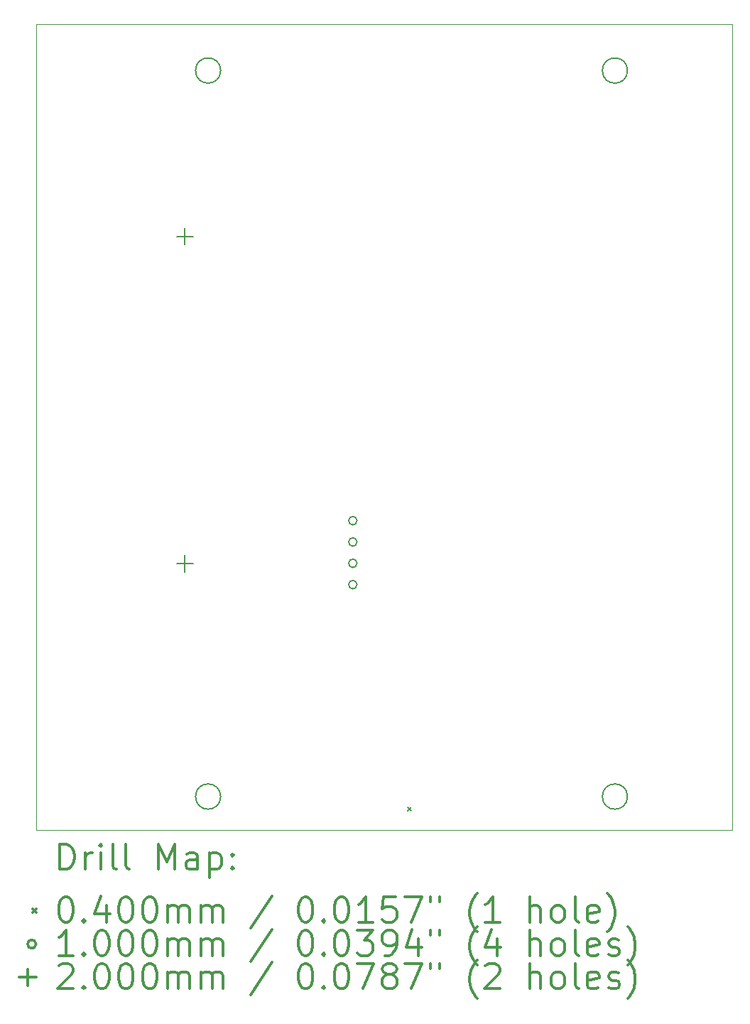
<source format=gbr>
%FSLAX45Y45*%
G04 Gerber Fmt 4.5, Leading zero omitted, Abs format (unit mm)*
G04 Created by KiCad (PCBNEW (5.1.10)-1) date 2022-03-31 21:32:35*
%MOMM*%
%LPD*%
G01*
G04 APERTURE LIST*
%TA.AperFunction,Profile*%
%ADD10C,0.150000*%
%TD*%
%TA.AperFunction,Profile*%
%ADD11C,0.050000*%
%TD*%
%ADD12C,0.200000*%
%ADD13C,0.300000*%
G04 APERTURE END LIST*
D10*
X11200000Y-14300000D02*
G75*
G03*
X11200000Y-14300000I-150000J0D01*
G01*
X16050000Y-14300000D02*
G75*
G03*
X16050000Y-14300000I-150000J0D01*
G01*
X16050000Y-5650000D02*
G75*
G03*
X16050000Y-5650000I-150000J0D01*
G01*
X11200000Y-5650000D02*
G75*
G03*
X11200000Y-5650000I-150000J0D01*
G01*
D11*
X9000000Y-14700000D02*
X17300000Y-14700000D01*
X9000000Y-5100000D02*
X9000000Y-14700000D01*
X17300000Y-5100000D02*
X9000000Y-5100000D01*
X17300000Y-5100000D02*
X17300000Y-14700000D01*
D12*
X13430000Y-14430000D02*
X13470000Y-14470000D01*
X13470000Y-14430000D02*
X13430000Y-14470000D01*
X12825000Y-11013000D02*
G75*
G03*
X12825000Y-11013000I-50000J0D01*
G01*
X12825000Y-11267000D02*
G75*
G03*
X12825000Y-11267000I-50000J0D01*
G01*
X12825000Y-11521000D02*
G75*
G03*
X12825000Y-11521000I-50000J0D01*
G01*
X12825000Y-11775000D02*
G75*
G03*
X12825000Y-11775000I-50000J0D01*
G01*
X10775000Y-7525000D02*
X10775000Y-7725000D01*
X10675000Y-7625000D02*
X10875000Y-7625000D01*
X10775000Y-11425000D02*
X10775000Y-11625000D01*
X10675000Y-11525000D02*
X10875000Y-11525000D01*
D13*
X9283928Y-15168214D02*
X9283928Y-14868214D01*
X9355357Y-14868214D01*
X9398214Y-14882500D01*
X9426786Y-14911071D01*
X9441071Y-14939643D01*
X9455357Y-14996786D01*
X9455357Y-15039643D01*
X9441071Y-15096786D01*
X9426786Y-15125357D01*
X9398214Y-15153929D01*
X9355357Y-15168214D01*
X9283928Y-15168214D01*
X9583928Y-15168214D02*
X9583928Y-14968214D01*
X9583928Y-15025357D02*
X9598214Y-14996786D01*
X9612500Y-14982500D01*
X9641071Y-14968214D01*
X9669643Y-14968214D01*
X9769643Y-15168214D02*
X9769643Y-14968214D01*
X9769643Y-14868214D02*
X9755357Y-14882500D01*
X9769643Y-14896786D01*
X9783928Y-14882500D01*
X9769643Y-14868214D01*
X9769643Y-14896786D01*
X9955357Y-15168214D02*
X9926786Y-15153929D01*
X9912500Y-15125357D01*
X9912500Y-14868214D01*
X10112500Y-15168214D02*
X10083928Y-15153929D01*
X10069643Y-15125357D01*
X10069643Y-14868214D01*
X10455357Y-15168214D02*
X10455357Y-14868214D01*
X10555357Y-15082500D01*
X10655357Y-14868214D01*
X10655357Y-15168214D01*
X10926786Y-15168214D02*
X10926786Y-15011071D01*
X10912500Y-14982500D01*
X10883928Y-14968214D01*
X10826786Y-14968214D01*
X10798214Y-14982500D01*
X10926786Y-15153929D02*
X10898214Y-15168214D01*
X10826786Y-15168214D01*
X10798214Y-15153929D01*
X10783928Y-15125357D01*
X10783928Y-15096786D01*
X10798214Y-15068214D01*
X10826786Y-15053929D01*
X10898214Y-15053929D01*
X10926786Y-15039643D01*
X11069643Y-14968214D02*
X11069643Y-15268214D01*
X11069643Y-14982500D02*
X11098214Y-14968214D01*
X11155357Y-14968214D01*
X11183928Y-14982500D01*
X11198214Y-14996786D01*
X11212500Y-15025357D01*
X11212500Y-15111071D01*
X11198214Y-15139643D01*
X11183928Y-15153929D01*
X11155357Y-15168214D01*
X11098214Y-15168214D01*
X11069643Y-15153929D01*
X11341071Y-15139643D02*
X11355357Y-15153929D01*
X11341071Y-15168214D01*
X11326786Y-15153929D01*
X11341071Y-15139643D01*
X11341071Y-15168214D01*
X11341071Y-14982500D02*
X11355357Y-14996786D01*
X11341071Y-15011071D01*
X11326786Y-14996786D01*
X11341071Y-14982500D01*
X11341071Y-15011071D01*
X8957500Y-15642500D02*
X8997500Y-15682500D01*
X8997500Y-15642500D02*
X8957500Y-15682500D01*
X9341071Y-15498214D02*
X9369643Y-15498214D01*
X9398214Y-15512500D01*
X9412500Y-15526786D01*
X9426786Y-15555357D01*
X9441071Y-15612500D01*
X9441071Y-15683929D01*
X9426786Y-15741071D01*
X9412500Y-15769643D01*
X9398214Y-15783929D01*
X9369643Y-15798214D01*
X9341071Y-15798214D01*
X9312500Y-15783929D01*
X9298214Y-15769643D01*
X9283928Y-15741071D01*
X9269643Y-15683929D01*
X9269643Y-15612500D01*
X9283928Y-15555357D01*
X9298214Y-15526786D01*
X9312500Y-15512500D01*
X9341071Y-15498214D01*
X9569643Y-15769643D02*
X9583928Y-15783929D01*
X9569643Y-15798214D01*
X9555357Y-15783929D01*
X9569643Y-15769643D01*
X9569643Y-15798214D01*
X9841071Y-15598214D02*
X9841071Y-15798214D01*
X9769643Y-15483929D02*
X9698214Y-15698214D01*
X9883928Y-15698214D01*
X10055357Y-15498214D02*
X10083928Y-15498214D01*
X10112500Y-15512500D01*
X10126786Y-15526786D01*
X10141071Y-15555357D01*
X10155357Y-15612500D01*
X10155357Y-15683929D01*
X10141071Y-15741071D01*
X10126786Y-15769643D01*
X10112500Y-15783929D01*
X10083928Y-15798214D01*
X10055357Y-15798214D01*
X10026786Y-15783929D01*
X10012500Y-15769643D01*
X9998214Y-15741071D01*
X9983928Y-15683929D01*
X9983928Y-15612500D01*
X9998214Y-15555357D01*
X10012500Y-15526786D01*
X10026786Y-15512500D01*
X10055357Y-15498214D01*
X10341071Y-15498214D02*
X10369643Y-15498214D01*
X10398214Y-15512500D01*
X10412500Y-15526786D01*
X10426786Y-15555357D01*
X10441071Y-15612500D01*
X10441071Y-15683929D01*
X10426786Y-15741071D01*
X10412500Y-15769643D01*
X10398214Y-15783929D01*
X10369643Y-15798214D01*
X10341071Y-15798214D01*
X10312500Y-15783929D01*
X10298214Y-15769643D01*
X10283928Y-15741071D01*
X10269643Y-15683929D01*
X10269643Y-15612500D01*
X10283928Y-15555357D01*
X10298214Y-15526786D01*
X10312500Y-15512500D01*
X10341071Y-15498214D01*
X10569643Y-15798214D02*
X10569643Y-15598214D01*
X10569643Y-15626786D02*
X10583928Y-15612500D01*
X10612500Y-15598214D01*
X10655357Y-15598214D01*
X10683928Y-15612500D01*
X10698214Y-15641071D01*
X10698214Y-15798214D01*
X10698214Y-15641071D02*
X10712500Y-15612500D01*
X10741071Y-15598214D01*
X10783928Y-15598214D01*
X10812500Y-15612500D01*
X10826786Y-15641071D01*
X10826786Y-15798214D01*
X10969643Y-15798214D02*
X10969643Y-15598214D01*
X10969643Y-15626786D02*
X10983928Y-15612500D01*
X11012500Y-15598214D01*
X11055357Y-15598214D01*
X11083928Y-15612500D01*
X11098214Y-15641071D01*
X11098214Y-15798214D01*
X11098214Y-15641071D02*
X11112500Y-15612500D01*
X11141071Y-15598214D01*
X11183928Y-15598214D01*
X11212500Y-15612500D01*
X11226786Y-15641071D01*
X11226786Y-15798214D01*
X11812500Y-15483929D02*
X11555357Y-15869643D01*
X12198214Y-15498214D02*
X12226786Y-15498214D01*
X12255357Y-15512500D01*
X12269643Y-15526786D01*
X12283928Y-15555357D01*
X12298214Y-15612500D01*
X12298214Y-15683929D01*
X12283928Y-15741071D01*
X12269643Y-15769643D01*
X12255357Y-15783929D01*
X12226786Y-15798214D01*
X12198214Y-15798214D01*
X12169643Y-15783929D01*
X12155357Y-15769643D01*
X12141071Y-15741071D01*
X12126786Y-15683929D01*
X12126786Y-15612500D01*
X12141071Y-15555357D01*
X12155357Y-15526786D01*
X12169643Y-15512500D01*
X12198214Y-15498214D01*
X12426786Y-15769643D02*
X12441071Y-15783929D01*
X12426786Y-15798214D01*
X12412500Y-15783929D01*
X12426786Y-15769643D01*
X12426786Y-15798214D01*
X12626786Y-15498214D02*
X12655357Y-15498214D01*
X12683928Y-15512500D01*
X12698214Y-15526786D01*
X12712500Y-15555357D01*
X12726786Y-15612500D01*
X12726786Y-15683929D01*
X12712500Y-15741071D01*
X12698214Y-15769643D01*
X12683928Y-15783929D01*
X12655357Y-15798214D01*
X12626786Y-15798214D01*
X12598214Y-15783929D01*
X12583928Y-15769643D01*
X12569643Y-15741071D01*
X12555357Y-15683929D01*
X12555357Y-15612500D01*
X12569643Y-15555357D01*
X12583928Y-15526786D01*
X12598214Y-15512500D01*
X12626786Y-15498214D01*
X13012500Y-15798214D02*
X12841071Y-15798214D01*
X12926786Y-15798214D02*
X12926786Y-15498214D01*
X12898214Y-15541071D01*
X12869643Y-15569643D01*
X12841071Y-15583929D01*
X13283928Y-15498214D02*
X13141071Y-15498214D01*
X13126786Y-15641071D01*
X13141071Y-15626786D01*
X13169643Y-15612500D01*
X13241071Y-15612500D01*
X13269643Y-15626786D01*
X13283928Y-15641071D01*
X13298214Y-15669643D01*
X13298214Y-15741071D01*
X13283928Y-15769643D01*
X13269643Y-15783929D01*
X13241071Y-15798214D01*
X13169643Y-15798214D01*
X13141071Y-15783929D01*
X13126786Y-15769643D01*
X13398214Y-15498214D02*
X13598214Y-15498214D01*
X13469643Y-15798214D01*
X13698214Y-15498214D02*
X13698214Y-15555357D01*
X13812500Y-15498214D02*
X13812500Y-15555357D01*
X14255357Y-15912500D02*
X14241071Y-15898214D01*
X14212500Y-15855357D01*
X14198214Y-15826786D01*
X14183928Y-15783929D01*
X14169643Y-15712500D01*
X14169643Y-15655357D01*
X14183928Y-15583929D01*
X14198214Y-15541071D01*
X14212500Y-15512500D01*
X14241071Y-15469643D01*
X14255357Y-15455357D01*
X14526786Y-15798214D02*
X14355357Y-15798214D01*
X14441071Y-15798214D02*
X14441071Y-15498214D01*
X14412500Y-15541071D01*
X14383928Y-15569643D01*
X14355357Y-15583929D01*
X14883928Y-15798214D02*
X14883928Y-15498214D01*
X15012500Y-15798214D02*
X15012500Y-15641071D01*
X14998214Y-15612500D01*
X14969643Y-15598214D01*
X14926786Y-15598214D01*
X14898214Y-15612500D01*
X14883928Y-15626786D01*
X15198214Y-15798214D02*
X15169643Y-15783929D01*
X15155357Y-15769643D01*
X15141071Y-15741071D01*
X15141071Y-15655357D01*
X15155357Y-15626786D01*
X15169643Y-15612500D01*
X15198214Y-15598214D01*
X15241071Y-15598214D01*
X15269643Y-15612500D01*
X15283928Y-15626786D01*
X15298214Y-15655357D01*
X15298214Y-15741071D01*
X15283928Y-15769643D01*
X15269643Y-15783929D01*
X15241071Y-15798214D01*
X15198214Y-15798214D01*
X15469643Y-15798214D02*
X15441071Y-15783929D01*
X15426786Y-15755357D01*
X15426786Y-15498214D01*
X15698214Y-15783929D02*
X15669643Y-15798214D01*
X15612500Y-15798214D01*
X15583928Y-15783929D01*
X15569643Y-15755357D01*
X15569643Y-15641071D01*
X15583928Y-15612500D01*
X15612500Y-15598214D01*
X15669643Y-15598214D01*
X15698214Y-15612500D01*
X15712500Y-15641071D01*
X15712500Y-15669643D01*
X15569643Y-15698214D01*
X15812500Y-15912500D02*
X15826786Y-15898214D01*
X15855357Y-15855357D01*
X15869643Y-15826786D01*
X15883928Y-15783929D01*
X15898214Y-15712500D01*
X15898214Y-15655357D01*
X15883928Y-15583929D01*
X15869643Y-15541071D01*
X15855357Y-15512500D01*
X15826786Y-15469643D01*
X15812500Y-15455357D01*
X8997500Y-16058500D02*
G75*
G03*
X8997500Y-16058500I-50000J0D01*
G01*
X9441071Y-16194214D02*
X9269643Y-16194214D01*
X9355357Y-16194214D02*
X9355357Y-15894214D01*
X9326786Y-15937071D01*
X9298214Y-15965643D01*
X9269643Y-15979929D01*
X9569643Y-16165643D02*
X9583928Y-16179929D01*
X9569643Y-16194214D01*
X9555357Y-16179929D01*
X9569643Y-16165643D01*
X9569643Y-16194214D01*
X9769643Y-15894214D02*
X9798214Y-15894214D01*
X9826786Y-15908500D01*
X9841071Y-15922786D01*
X9855357Y-15951357D01*
X9869643Y-16008500D01*
X9869643Y-16079929D01*
X9855357Y-16137071D01*
X9841071Y-16165643D01*
X9826786Y-16179929D01*
X9798214Y-16194214D01*
X9769643Y-16194214D01*
X9741071Y-16179929D01*
X9726786Y-16165643D01*
X9712500Y-16137071D01*
X9698214Y-16079929D01*
X9698214Y-16008500D01*
X9712500Y-15951357D01*
X9726786Y-15922786D01*
X9741071Y-15908500D01*
X9769643Y-15894214D01*
X10055357Y-15894214D02*
X10083928Y-15894214D01*
X10112500Y-15908500D01*
X10126786Y-15922786D01*
X10141071Y-15951357D01*
X10155357Y-16008500D01*
X10155357Y-16079929D01*
X10141071Y-16137071D01*
X10126786Y-16165643D01*
X10112500Y-16179929D01*
X10083928Y-16194214D01*
X10055357Y-16194214D01*
X10026786Y-16179929D01*
X10012500Y-16165643D01*
X9998214Y-16137071D01*
X9983928Y-16079929D01*
X9983928Y-16008500D01*
X9998214Y-15951357D01*
X10012500Y-15922786D01*
X10026786Y-15908500D01*
X10055357Y-15894214D01*
X10341071Y-15894214D02*
X10369643Y-15894214D01*
X10398214Y-15908500D01*
X10412500Y-15922786D01*
X10426786Y-15951357D01*
X10441071Y-16008500D01*
X10441071Y-16079929D01*
X10426786Y-16137071D01*
X10412500Y-16165643D01*
X10398214Y-16179929D01*
X10369643Y-16194214D01*
X10341071Y-16194214D01*
X10312500Y-16179929D01*
X10298214Y-16165643D01*
X10283928Y-16137071D01*
X10269643Y-16079929D01*
X10269643Y-16008500D01*
X10283928Y-15951357D01*
X10298214Y-15922786D01*
X10312500Y-15908500D01*
X10341071Y-15894214D01*
X10569643Y-16194214D02*
X10569643Y-15994214D01*
X10569643Y-16022786D02*
X10583928Y-16008500D01*
X10612500Y-15994214D01*
X10655357Y-15994214D01*
X10683928Y-16008500D01*
X10698214Y-16037071D01*
X10698214Y-16194214D01*
X10698214Y-16037071D02*
X10712500Y-16008500D01*
X10741071Y-15994214D01*
X10783928Y-15994214D01*
X10812500Y-16008500D01*
X10826786Y-16037071D01*
X10826786Y-16194214D01*
X10969643Y-16194214D02*
X10969643Y-15994214D01*
X10969643Y-16022786D02*
X10983928Y-16008500D01*
X11012500Y-15994214D01*
X11055357Y-15994214D01*
X11083928Y-16008500D01*
X11098214Y-16037071D01*
X11098214Y-16194214D01*
X11098214Y-16037071D02*
X11112500Y-16008500D01*
X11141071Y-15994214D01*
X11183928Y-15994214D01*
X11212500Y-16008500D01*
X11226786Y-16037071D01*
X11226786Y-16194214D01*
X11812500Y-15879929D02*
X11555357Y-16265643D01*
X12198214Y-15894214D02*
X12226786Y-15894214D01*
X12255357Y-15908500D01*
X12269643Y-15922786D01*
X12283928Y-15951357D01*
X12298214Y-16008500D01*
X12298214Y-16079929D01*
X12283928Y-16137071D01*
X12269643Y-16165643D01*
X12255357Y-16179929D01*
X12226786Y-16194214D01*
X12198214Y-16194214D01*
X12169643Y-16179929D01*
X12155357Y-16165643D01*
X12141071Y-16137071D01*
X12126786Y-16079929D01*
X12126786Y-16008500D01*
X12141071Y-15951357D01*
X12155357Y-15922786D01*
X12169643Y-15908500D01*
X12198214Y-15894214D01*
X12426786Y-16165643D02*
X12441071Y-16179929D01*
X12426786Y-16194214D01*
X12412500Y-16179929D01*
X12426786Y-16165643D01*
X12426786Y-16194214D01*
X12626786Y-15894214D02*
X12655357Y-15894214D01*
X12683928Y-15908500D01*
X12698214Y-15922786D01*
X12712500Y-15951357D01*
X12726786Y-16008500D01*
X12726786Y-16079929D01*
X12712500Y-16137071D01*
X12698214Y-16165643D01*
X12683928Y-16179929D01*
X12655357Y-16194214D01*
X12626786Y-16194214D01*
X12598214Y-16179929D01*
X12583928Y-16165643D01*
X12569643Y-16137071D01*
X12555357Y-16079929D01*
X12555357Y-16008500D01*
X12569643Y-15951357D01*
X12583928Y-15922786D01*
X12598214Y-15908500D01*
X12626786Y-15894214D01*
X12826786Y-15894214D02*
X13012500Y-15894214D01*
X12912500Y-16008500D01*
X12955357Y-16008500D01*
X12983928Y-16022786D01*
X12998214Y-16037071D01*
X13012500Y-16065643D01*
X13012500Y-16137071D01*
X12998214Y-16165643D01*
X12983928Y-16179929D01*
X12955357Y-16194214D01*
X12869643Y-16194214D01*
X12841071Y-16179929D01*
X12826786Y-16165643D01*
X13155357Y-16194214D02*
X13212500Y-16194214D01*
X13241071Y-16179929D01*
X13255357Y-16165643D01*
X13283928Y-16122786D01*
X13298214Y-16065643D01*
X13298214Y-15951357D01*
X13283928Y-15922786D01*
X13269643Y-15908500D01*
X13241071Y-15894214D01*
X13183928Y-15894214D01*
X13155357Y-15908500D01*
X13141071Y-15922786D01*
X13126786Y-15951357D01*
X13126786Y-16022786D01*
X13141071Y-16051357D01*
X13155357Y-16065643D01*
X13183928Y-16079929D01*
X13241071Y-16079929D01*
X13269643Y-16065643D01*
X13283928Y-16051357D01*
X13298214Y-16022786D01*
X13555357Y-15994214D02*
X13555357Y-16194214D01*
X13483928Y-15879929D02*
X13412500Y-16094214D01*
X13598214Y-16094214D01*
X13698214Y-15894214D02*
X13698214Y-15951357D01*
X13812500Y-15894214D02*
X13812500Y-15951357D01*
X14255357Y-16308500D02*
X14241071Y-16294214D01*
X14212500Y-16251357D01*
X14198214Y-16222786D01*
X14183928Y-16179929D01*
X14169643Y-16108500D01*
X14169643Y-16051357D01*
X14183928Y-15979929D01*
X14198214Y-15937071D01*
X14212500Y-15908500D01*
X14241071Y-15865643D01*
X14255357Y-15851357D01*
X14498214Y-15994214D02*
X14498214Y-16194214D01*
X14426786Y-15879929D02*
X14355357Y-16094214D01*
X14541071Y-16094214D01*
X14883928Y-16194214D02*
X14883928Y-15894214D01*
X15012500Y-16194214D02*
X15012500Y-16037071D01*
X14998214Y-16008500D01*
X14969643Y-15994214D01*
X14926786Y-15994214D01*
X14898214Y-16008500D01*
X14883928Y-16022786D01*
X15198214Y-16194214D02*
X15169643Y-16179929D01*
X15155357Y-16165643D01*
X15141071Y-16137071D01*
X15141071Y-16051357D01*
X15155357Y-16022786D01*
X15169643Y-16008500D01*
X15198214Y-15994214D01*
X15241071Y-15994214D01*
X15269643Y-16008500D01*
X15283928Y-16022786D01*
X15298214Y-16051357D01*
X15298214Y-16137071D01*
X15283928Y-16165643D01*
X15269643Y-16179929D01*
X15241071Y-16194214D01*
X15198214Y-16194214D01*
X15469643Y-16194214D02*
X15441071Y-16179929D01*
X15426786Y-16151357D01*
X15426786Y-15894214D01*
X15698214Y-16179929D02*
X15669643Y-16194214D01*
X15612500Y-16194214D01*
X15583928Y-16179929D01*
X15569643Y-16151357D01*
X15569643Y-16037071D01*
X15583928Y-16008500D01*
X15612500Y-15994214D01*
X15669643Y-15994214D01*
X15698214Y-16008500D01*
X15712500Y-16037071D01*
X15712500Y-16065643D01*
X15569643Y-16094214D01*
X15826786Y-16179929D02*
X15855357Y-16194214D01*
X15912500Y-16194214D01*
X15941071Y-16179929D01*
X15955357Y-16151357D01*
X15955357Y-16137071D01*
X15941071Y-16108500D01*
X15912500Y-16094214D01*
X15869643Y-16094214D01*
X15841071Y-16079929D01*
X15826786Y-16051357D01*
X15826786Y-16037071D01*
X15841071Y-16008500D01*
X15869643Y-15994214D01*
X15912500Y-15994214D01*
X15941071Y-16008500D01*
X16055357Y-16308500D02*
X16069643Y-16294214D01*
X16098214Y-16251357D01*
X16112500Y-16222786D01*
X16126786Y-16179929D01*
X16141071Y-16108500D01*
X16141071Y-16051357D01*
X16126786Y-15979929D01*
X16112500Y-15937071D01*
X16098214Y-15908500D01*
X16069643Y-15865643D01*
X16055357Y-15851357D01*
X8897500Y-16354500D02*
X8897500Y-16554500D01*
X8797500Y-16454500D02*
X8997500Y-16454500D01*
X9269643Y-16318786D02*
X9283928Y-16304500D01*
X9312500Y-16290214D01*
X9383928Y-16290214D01*
X9412500Y-16304500D01*
X9426786Y-16318786D01*
X9441071Y-16347357D01*
X9441071Y-16375929D01*
X9426786Y-16418786D01*
X9255357Y-16590214D01*
X9441071Y-16590214D01*
X9569643Y-16561643D02*
X9583928Y-16575929D01*
X9569643Y-16590214D01*
X9555357Y-16575929D01*
X9569643Y-16561643D01*
X9569643Y-16590214D01*
X9769643Y-16290214D02*
X9798214Y-16290214D01*
X9826786Y-16304500D01*
X9841071Y-16318786D01*
X9855357Y-16347357D01*
X9869643Y-16404500D01*
X9869643Y-16475929D01*
X9855357Y-16533071D01*
X9841071Y-16561643D01*
X9826786Y-16575929D01*
X9798214Y-16590214D01*
X9769643Y-16590214D01*
X9741071Y-16575929D01*
X9726786Y-16561643D01*
X9712500Y-16533071D01*
X9698214Y-16475929D01*
X9698214Y-16404500D01*
X9712500Y-16347357D01*
X9726786Y-16318786D01*
X9741071Y-16304500D01*
X9769643Y-16290214D01*
X10055357Y-16290214D02*
X10083928Y-16290214D01*
X10112500Y-16304500D01*
X10126786Y-16318786D01*
X10141071Y-16347357D01*
X10155357Y-16404500D01*
X10155357Y-16475929D01*
X10141071Y-16533071D01*
X10126786Y-16561643D01*
X10112500Y-16575929D01*
X10083928Y-16590214D01*
X10055357Y-16590214D01*
X10026786Y-16575929D01*
X10012500Y-16561643D01*
X9998214Y-16533071D01*
X9983928Y-16475929D01*
X9983928Y-16404500D01*
X9998214Y-16347357D01*
X10012500Y-16318786D01*
X10026786Y-16304500D01*
X10055357Y-16290214D01*
X10341071Y-16290214D02*
X10369643Y-16290214D01*
X10398214Y-16304500D01*
X10412500Y-16318786D01*
X10426786Y-16347357D01*
X10441071Y-16404500D01*
X10441071Y-16475929D01*
X10426786Y-16533071D01*
X10412500Y-16561643D01*
X10398214Y-16575929D01*
X10369643Y-16590214D01*
X10341071Y-16590214D01*
X10312500Y-16575929D01*
X10298214Y-16561643D01*
X10283928Y-16533071D01*
X10269643Y-16475929D01*
X10269643Y-16404500D01*
X10283928Y-16347357D01*
X10298214Y-16318786D01*
X10312500Y-16304500D01*
X10341071Y-16290214D01*
X10569643Y-16590214D02*
X10569643Y-16390214D01*
X10569643Y-16418786D02*
X10583928Y-16404500D01*
X10612500Y-16390214D01*
X10655357Y-16390214D01*
X10683928Y-16404500D01*
X10698214Y-16433071D01*
X10698214Y-16590214D01*
X10698214Y-16433071D02*
X10712500Y-16404500D01*
X10741071Y-16390214D01*
X10783928Y-16390214D01*
X10812500Y-16404500D01*
X10826786Y-16433071D01*
X10826786Y-16590214D01*
X10969643Y-16590214D02*
X10969643Y-16390214D01*
X10969643Y-16418786D02*
X10983928Y-16404500D01*
X11012500Y-16390214D01*
X11055357Y-16390214D01*
X11083928Y-16404500D01*
X11098214Y-16433071D01*
X11098214Y-16590214D01*
X11098214Y-16433071D02*
X11112500Y-16404500D01*
X11141071Y-16390214D01*
X11183928Y-16390214D01*
X11212500Y-16404500D01*
X11226786Y-16433071D01*
X11226786Y-16590214D01*
X11812500Y-16275929D02*
X11555357Y-16661643D01*
X12198214Y-16290214D02*
X12226786Y-16290214D01*
X12255357Y-16304500D01*
X12269643Y-16318786D01*
X12283928Y-16347357D01*
X12298214Y-16404500D01*
X12298214Y-16475929D01*
X12283928Y-16533071D01*
X12269643Y-16561643D01*
X12255357Y-16575929D01*
X12226786Y-16590214D01*
X12198214Y-16590214D01*
X12169643Y-16575929D01*
X12155357Y-16561643D01*
X12141071Y-16533071D01*
X12126786Y-16475929D01*
X12126786Y-16404500D01*
X12141071Y-16347357D01*
X12155357Y-16318786D01*
X12169643Y-16304500D01*
X12198214Y-16290214D01*
X12426786Y-16561643D02*
X12441071Y-16575929D01*
X12426786Y-16590214D01*
X12412500Y-16575929D01*
X12426786Y-16561643D01*
X12426786Y-16590214D01*
X12626786Y-16290214D02*
X12655357Y-16290214D01*
X12683928Y-16304500D01*
X12698214Y-16318786D01*
X12712500Y-16347357D01*
X12726786Y-16404500D01*
X12726786Y-16475929D01*
X12712500Y-16533071D01*
X12698214Y-16561643D01*
X12683928Y-16575929D01*
X12655357Y-16590214D01*
X12626786Y-16590214D01*
X12598214Y-16575929D01*
X12583928Y-16561643D01*
X12569643Y-16533071D01*
X12555357Y-16475929D01*
X12555357Y-16404500D01*
X12569643Y-16347357D01*
X12583928Y-16318786D01*
X12598214Y-16304500D01*
X12626786Y-16290214D01*
X12826786Y-16290214D02*
X13026786Y-16290214D01*
X12898214Y-16590214D01*
X13183928Y-16418786D02*
X13155357Y-16404500D01*
X13141071Y-16390214D01*
X13126786Y-16361643D01*
X13126786Y-16347357D01*
X13141071Y-16318786D01*
X13155357Y-16304500D01*
X13183928Y-16290214D01*
X13241071Y-16290214D01*
X13269643Y-16304500D01*
X13283928Y-16318786D01*
X13298214Y-16347357D01*
X13298214Y-16361643D01*
X13283928Y-16390214D01*
X13269643Y-16404500D01*
X13241071Y-16418786D01*
X13183928Y-16418786D01*
X13155357Y-16433071D01*
X13141071Y-16447357D01*
X13126786Y-16475929D01*
X13126786Y-16533071D01*
X13141071Y-16561643D01*
X13155357Y-16575929D01*
X13183928Y-16590214D01*
X13241071Y-16590214D01*
X13269643Y-16575929D01*
X13283928Y-16561643D01*
X13298214Y-16533071D01*
X13298214Y-16475929D01*
X13283928Y-16447357D01*
X13269643Y-16433071D01*
X13241071Y-16418786D01*
X13398214Y-16290214D02*
X13598214Y-16290214D01*
X13469643Y-16590214D01*
X13698214Y-16290214D02*
X13698214Y-16347357D01*
X13812500Y-16290214D02*
X13812500Y-16347357D01*
X14255357Y-16704500D02*
X14241071Y-16690214D01*
X14212500Y-16647357D01*
X14198214Y-16618786D01*
X14183928Y-16575929D01*
X14169643Y-16504500D01*
X14169643Y-16447357D01*
X14183928Y-16375929D01*
X14198214Y-16333071D01*
X14212500Y-16304500D01*
X14241071Y-16261643D01*
X14255357Y-16247357D01*
X14355357Y-16318786D02*
X14369643Y-16304500D01*
X14398214Y-16290214D01*
X14469643Y-16290214D01*
X14498214Y-16304500D01*
X14512500Y-16318786D01*
X14526786Y-16347357D01*
X14526786Y-16375929D01*
X14512500Y-16418786D01*
X14341071Y-16590214D01*
X14526786Y-16590214D01*
X14883928Y-16590214D02*
X14883928Y-16290214D01*
X15012500Y-16590214D02*
X15012500Y-16433071D01*
X14998214Y-16404500D01*
X14969643Y-16390214D01*
X14926786Y-16390214D01*
X14898214Y-16404500D01*
X14883928Y-16418786D01*
X15198214Y-16590214D02*
X15169643Y-16575929D01*
X15155357Y-16561643D01*
X15141071Y-16533071D01*
X15141071Y-16447357D01*
X15155357Y-16418786D01*
X15169643Y-16404500D01*
X15198214Y-16390214D01*
X15241071Y-16390214D01*
X15269643Y-16404500D01*
X15283928Y-16418786D01*
X15298214Y-16447357D01*
X15298214Y-16533071D01*
X15283928Y-16561643D01*
X15269643Y-16575929D01*
X15241071Y-16590214D01*
X15198214Y-16590214D01*
X15469643Y-16590214D02*
X15441071Y-16575929D01*
X15426786Y-16547357D01*
X15426786Y-16290214D01*
X15698214Y-16575929D02*
X15669643Y-16590214D01*
X15612500Y-16590214D01*
X15583928Y-16575929D01*
X15569643Y-16547357D01*
X15569643Y-16433071D01*
X15583928Y-16404500D01*
X15612500Y-16390214D01*
X15669643Y-16390214D01*
X15698214Y-16404500D01*
X15712500Y-16433071D01*
X15712500Y-16461643D01*
X15569643Y-16490214D01*
X15826786Y-16575929D02*
X15855357Y-16590214D01*
X15912500Y-16590214D01*
X15941071Y-16575929D01*
X15955357Y-16547357D01*
X15955357Y-16533071D01*
X15941071Y-16504500D01*
X15912500Y-16490214D01*
X15869643Y-16490214D01*
X15841071Y-16475929D01*
X15826786Y-16447357D01*
X15826786Y-16433071D01*
X15841071Y-16404500D01*
X15869643Y-16390214D01*
X15912500Y-16390214D01*
X15941071Y-16404500D01*
X16055357Y-16704500D02*
X16069643Y-16690214D01*
X16098214Y-16647357D01*
X16112500Y-16618786D01*
X16126786Y-16575929D01*
X16141071Y-16504500D01*
X16141071Y-16447357D01*
X16126786Y-16375929D01*
X16112500Y-16333071D01*
X16098214Y-16304500D01*
X16069643Y-16261643D01*
X16055357Y-16247357D01*
M02*

</source>
